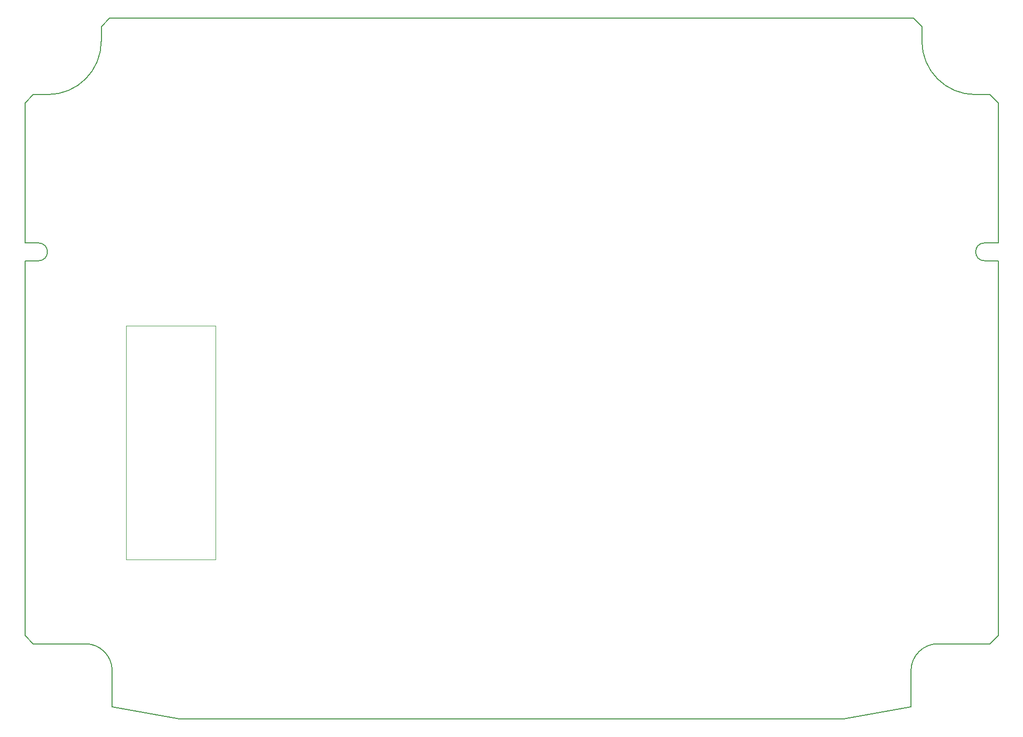
<source format=gko>
G75*
G70*
%OFA0B0*%
%FSLAX25Y25*%
%IPPOS*%
%LPD*%
%AMOC8*
5,1,8,0,0,1.08239X$1,22.5*
%
%ADD10C,0.00787*%
%ADD306C,0.00079*%
X0000000Y0000000D02*
%LPD*%
G01*
D10*
X0543150Y0000000D02*
X0587855Y0007874D01*
X0050630Y0449370D02*
X0050630Y0458999D01*
X0009055Y0315551D02*
G75*
G02*
X0009055Y0303740I0000001J-005906D01*
G01*
X0630472Y0413937D02*
G75*
G02*
X0595039Y0449370I0000000J0035433D01*
G01*
X0057874Y0007874D02*
X0057874Y0032315D01*
X0040157Y0049803D02*
G75*
G02*
X0057874Y0032315I-000185J-017905D01*
G01*
X0636614Y0315551D02*
X0645669Y0315551D01*
X0587795Y0031843D02*
G75*
G02*
X0605855Y0049803I0017989J-000028D01*
G01*
X0000000Y0055371D02*
X0000000Y0303740D01*
X0015197Y0413937D02*
X0005568Y0413937D01*
X0589472Y0464567D02*
X0056198Y0464567D01*
X0640102Y0049803D02*
X0605855Y0049803D01*
X0009055Y0303740D02*
X0000000Y0303740D01*
X0587855Y0007874D02*
X0587795Y0031843D01*
X0543150Y0000000D02*
X0102520Y0000000D01*
X0645669Y0055371D02*
X0645669Y0303740D01*
X0050630Y0458999D02*
X0056198Y0464567D01*
X0645669Y0315551D02*
X0645669Y0408369D01*
X0595039Y0458999D02*
X0589472Y0464567D01*
X0009055Y0315551D02*
X0000000Y0315551D01*
X0102520Y0000000D02*
X0057874Y0007874D01*
X0645669Y0408369D02*
X0640102Y0413937D01*
X0630472Y0413937D02*
X0640102Y0413937D01*
X0636614Y0303740D02*
X0645669Y0303740D01*
X0645669Y0055371D02*
X0640102Y0049803D01*
X0050630Y0449370D02*
G75*
G02*
X0015197Y0413937I-035433J0000000D01*
G01*
X0000000Y0408369D02*
X0005568Y0413937D01*
X0595039Y0449370D02*
X0595039Y0458999D01*
X0636614Y0303740D02*
G75*
G02*
X0636614Y0315551I0000000J0005906D01*
G01*
X0000000Y0315551D02*
X0000000Y0408369D01*
X0000000Y0055371D02*
X0005568Y0049803D01*
X0005568Y0049803D02*
X0040157Y0049803D01*
X0155659Y0382900D02*
G01*
G75*
X0346801Y0360827D02*
G01*
G75*
X0154380Y0232171D02*
G01*
G75*
X0154774Y0162580D02*
G01*
G75*
X0150049Y0172349D02*
G01*
G75*
X0374311Y0173278D02*
G01*
G75*
X0105285Y0328895D02*
G01*
G75*
X0304590Y0168158D02*
G01*
G75*
X0067106Y0260650D02*
%LPD*%
G01*
D306*
X0067106Y0260650D02*
X0067106Y0105729D01*
X0067106Y0105729D02*
X0126555Y0105729D01*
X0126555Y0105729D02*
X0126555Y0260650D01*
X0126555Y0260650D02*
X0067106Y0260650D01*
X0124902Y0295374D02*
G01*
G75*
X0451612Y0145321D02*
G01*
G75*
M02*

</source>
